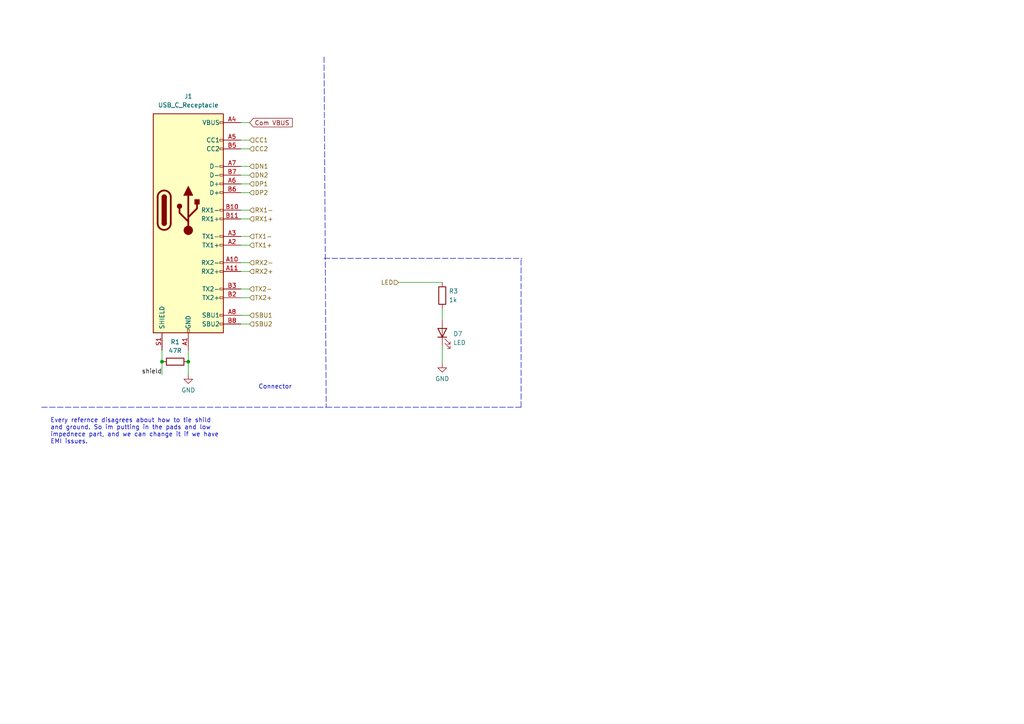
<source format=kicad_sch>
(kicad_sch (version 20211123) (generator eeschema)
  (paper "A4")
  (lib_symbols
    (symbol "Connector:USB_C_Receptacle" (pin_names (offset 1.016))
      (property "Reference" "J" (at -10.16 29.21 0))
      (property "Value" "USB_C_Receptacle" (at 10.16 29.21 0))
      (symbol "USB_C_Receptacle_0_0"
        (rectangle (start -0.254 -35.56) (end 0.254 -34.544))
        (rectangle (start 10.16 -32.766) (end 9.144 -33.274))
        (rectangle (start 10.16 -30.226) (end 9.144 -30.734))
        (rectangle (start 10.16 -25.146) (end 9.144 -25.654))
        (rectangle (start 10.16 -22.606) (end 9.144 -23.114))
        (rectangle (start 10.16 -17.526) (end 9.144 -18.034))
        (rectangle (start 10.16 -14.986) (end 9.144 -15.494))
        (rectangle (start 10.16 -9.906) (end 9.144 -10.414))
        (rectangle (start 10.16 -7.366) (end 9.144 -7.874))
        (rectangle (start 10.16 -2.286) (end 9.144 -2.794))
        (rectangle (start 10.16 0.254) (end 9.144 -0.254))
        (rectangle (start 10.16 5.334) (end 9.144 4.826))
        (rectangle (start 10.16 7.874) (end 9.144 7.366))
        (rectangle (start 10.16 10.414) (end 9.144 9.906))
        (rectangle (start 10.16 12.954) (end 9.144 12.446))
        (rectangle (start 10.16 18.034) (end 9.144 17.526))
        (rectangle (start 10.16 20.574) (end 9.144 20.066))
        (rectangle (start 10.16 25.654) (end 9.144 25.146))
      )
      (symbol "USB_C_Receptacle_0_1"
        (rectangle (start -10.16 27.94) (end 10.16 -35.56) (stroke (width 0.254)) (fill (type background)))
        (arc (start -8.89 -3.81) (mid -6.985 -5.715) (end -5.08 -3.81) (stroke (width 0.508)))
        (arc (start -7.62 -3.81) (mid -6.985 -4.445) (end -6.35 -3.81) (stroke (width 0.254)))
        (arc (start -7.62 -3.81) (mid -6.985 -4.445) (end -6.35 -3.81) (stroke (width 0.254)) (fill (type outline)))
        (rectangle (start -7.62 -3.81) (end -6.35 3.81) (stroke (width 0.254)) (fill (type outline)))
        (arc (start -6.35 3.81) (mid -6.985 4.445) (end -7.62 3.81) (stroke (width 0.254)))
        (arc (start -6.35 3.81) (mid -6.985 4.445) (end -7.62 3.81) (stroke (width 0.254)) (fill (type outline)))
        (arc (start -5.08 3.81) (mid -6.985 5.715) (end -8.89 3.81) (stroke (width 0.508)))
        (polyline (pts (xy -8.89 -3.81) (xy -8.89 3.81)) (stroke (width 0.508)))
        (polyline (pts (xy -5.08 3.81) (xy -5.08 -3.81)) (stroke (width 0.508)))
      )
      (symbol "USB_C_Receptacle_1_1"
        (circle (center -2.54 1.143) (radius 0.635) (stroke (width 0.254)) (fill (type outline)))
        (circle (center 0 -5.842) (radius 1.27) (fill (type outline)))
        (polyline (pts (xy 0 -5.842) (xy 0 4.318)) (stroke (width 0.508)))
        (polyline (pts (xy 0 -3.302) (xy -2.54 -0.762) (xy -2.54 0.508)) (stroke (width 0.508)))
        (polyline (pts (xy 0 -2.032) (xy 2.54 0.508) (xy 2.54 1.778)) (stroke (width 0.508)))
        (polyline (pts (xy -1.27 4.318) (xy 0 6.858) (xy 1.27 4.318) (xy -1.27 4.318)) (stroke (width 0.254)) (fill (type outline)))
        (rectangle (start 1.905 1.778) (end 3.175 3.048) (stroke (width 0.254)) (fill (type outline)))
        (pin passive line (at 0 -40.64 90) (length 5.08) (name "GND") (number "A1"))
        (pin bidirectional line (at 15.24 -15.24 180) (length 5.08) (name "RX2-") (number "A10"))
        (pin bidirectional line (at 15.24 -17.78 180) (length 5.08) (name "RX2+") (number "A11"))
        (pin passive line (at 0 -40.64 90) (length 5.08) hide (name "GND") (number "A12"))
        (pin bidirectional line (at 15.24 -10.16 180) (length 5.08) (name "TX1+") (number "A2"))
        (pin bidirectional line (at 15.24 -7.62 180) (length 5.08) (name "TX1-") (number "A3"))
        (pin passive line (at 15.24 25.4 180) (length 5.08) (name "VBUS") (number "A4"))
        (pin bidirectional line (at 15.24 20.32 180) (length 5.08) (name "CC1") (number "A5"))
        (pin bidirectional line (at 15.24 7.62 180) (length 5.08) (name "D+") (number "A6"))
        (pin bidirectional line (at 15.24 12.7 180) (length 5.08) (name "D-") (number "A7"))
        (pin bidirectional line (at 15.24 -30.48 180) (length 5.08) (name "SBU1") (number "A8"))
        (pin passive line (at 15.24 25.4 180) (length 5.08) hide (name "VBUS") (number "A9"))
        (pin passive line (at 0 -40.64 90) (length 5.08) hide (name "GND") (number "B1"))
        (pin bidirectional line (at 15.24 0 180) (length 5.08) (name "RX1-") (number "B10"))
        (pin bidirectional line (at 15.24 -2.54 180) (length 5.08) (name "RX1+") (number "B11"))
        (pin passive line (at 0 -40.64 90) (length 5.08) hide (name "GND") (number "B12"))
        (pin bidirectional line (at 15.24 -25.4 180) (length 5.08) (name "TX2+") (number "B2"))
        (pin bidirectional line (at 15.24 -22.86 180) (length 5.08) (name "TX2-") (number "B3"))
        (pin passive line (at 15.24 25.4 180) (length 5.08) hide (name "VBUS") (number "B4"))
        (pin bidirectional line (at 15.24 17.78 180) (length 5.08) (name "CC2") (number "B5"))
        (pin bidirectional line (at 15.24 5.08 180) (length 5.08) (name "D+") (number "B6"))
        (pin bidirectional line (at 15.24 10.16 180) (length 5.08) (name "D-") (number "B7"))
        (pin bidirectional line (at 15.24 -33.02 180) (length 5.08) (name "SBU2") (number "B8"))
        (pin passive line (at 15.24 25.4 180) (length 5.08) hide (name "VBUS") (number "B9"))
        (pin passive line (at -7.62 -40.64 90) (length 5.08) (name "SHIELD") (number "S1"))
      )
    )
    (symbol "Device:LED" (pin_numbers hide) (pin_names (offset 1.016) hide)
      (property "Reference" "D" (at 0 2.54 0))
      (property "Value" "LED" (at 0 -2.54 0))
      (symbol "LED_0_1"
        (polyline (pts (xy -1.27 -1.27) (xy -1.27 1.27)) (stroke (width 0.254)))
        (polyline (pts (xy -1.27 0) (xy 1.27 0)))
        (polyline (pts (xy 1.27 -1.27) (xy 1.27 1.27) (xy -1.27 0) (xy 1.27 -1.27)) (stroke (width 0.254)))
        (polyline (pts (xy -3.048 -0.762) (xy -4.572 -2.286) (xy -3.81 -2.286) (xy -4.572 -2.286) (xy -4.572 -1.524)))
        (polyline (pts (xy -1.778 -0.762) (xy -3.302 -2.286) (xy -2.54 -2.286) (xy -3.302 -2.286) (xy -3.302 -1.524)))
      )
      (symbol "LED_1_1"
        (pin passive line (at -3.81 0 0) (length 2.54) (name "K") (number "1"))
        (pin passive line (at 3.81 0 180) (length 2.54) (name "A") (number "2"))
      )
    )
    (symbol "Device:R" (pin_numbers hide) (pin_names (offset 0))
      (property "Reference" "R" (at 2.032 0 90))
      (property "Value" "R" (at 0 0 90))
      (symbol "R_0_1"
        (rectangle (start -1.016 -2.54) (end 1.016 2.54) (stroke (width 0.254)))
      )
      (symbol "R_1_1"
        (pin passive line (at 0 3.81 270) (length 1.27) (name "~") (number "1"))
        (pin passive line (at 0 -3.81 90) (length 1.27) (name "~") (number "2"))
      )
    )
    (symbol "power:GND" (power) (pin_names (offset 0))
      (property "Value" "GND" (at 0 -3.81 0))
      (symbol "GND_0_1"
        (polyline (pts (xy 0 0) (xy 0 -1.27) (xy 1.27 -1.27) (xy 0 -2.54) (xy -1.27 -1.27) (xy 0 -1.27)))
      )
      (symbol "GND_1_1"
        (pin power_in line (at 0 0 270) (length 0) hide (name "GND") (number "1"))
      )
    )
  )
  (junction (at 46.99 104.902))
  (junction (at 54.61 104.902))
  (wire (pts (xy 54.61 101.6) (xy 54.61 104.902)))
  (wire (pts (xy 128.27 89.535) (xy 128.27 92.71)))
  (wire (pts (xy 69.85 35.56) (xy 72.39 35.56)))
  (wire (pts (xy 69.85 40.64) (xy 72.39 40.64)))
  (wire (pts (xy 54.61 104.902) (xy 54.61 108.712)))
  (wire (pts (xy 46.99 101.6) (xy 46.99 104.902)))
  (polyline (pts (xy 12.065 118.11) (xy 94.615 118.11)))
  (wire (pts (xy 69.85 43.18) (xy 72.39 43.18)))
  (wire (pts (xy 115.57 81.915) (xy 128.27 81.915)))
  (polyline (pts (xy 94.615 118.11) (xy 151.13 118.11)))
  (wire (pts (xy 72.39 93.98) (xy 69.85 93.98)))
  (wire (pts (xy 69.85 50.8) (xy 72.39 50.8)))
  (wire (pts (xy 69.85 71.12) (xy 72.39 71.12)))
  (wire (pts (xy 69.85 83.82) (xy 72.39 83.82)))
  (wire (pts (xy 69.85 53.34) (xy 72.39 53.34)))
  (wire (pts (xy 69.85 86.36) (xy 72.39 86.36)))
  (wire (pts (xy 72.39 91.44) (xy 69.85 91.44)))
  (polyline (pts (xy 93.98 74.93) (xy 151.384 74.93)))
  (wire (pts (xy 69.85 76.2) (xy 72.39 76.2)))
  (wire (pts (xy 69.85 68.58) (xy 72.39 68.58)))
  (wire (pts (xy 69.85 78.74) (xy 72.39 78.74)))
  (wire (pts (xy 46.99 104.902) (xy 46.99 108.712)))
  (wire (pts (xy 69.85 55.88) (xy 72.39 55.88)))
  (polyline (pts (xy 93.98 16.51) (xy 94.615 118.11)))
  (polyline (pts (xy 151.13 118.11) (xy 151.13 74.93)))
  (wire (pts (xy 128.27 100.33) (xy 128.27 105.41)))
  (wire (pts (xy 69.85 60.96) (xy 72.39 60.96)))
  (wire (pts (xy 69.85 63.5) (xy 72.39 63.5)))
  (wire (pts (xy 69.85 48.26) (xy 72.39 48.26)))
  (text "Connector" (at 74.93 113.03 0) (effects (font (size 1.27 1.27)) (justify left bottom)))
  (text "Every refernce disagrees about how to tie shild\nand ground. So im putting in the pads and low\nimpednece part, and we can change it if we have\nEMI issues.\n" (at 14.605 128.905 0) (effects (font (size 1.27 1.27)) (justify left bottom)))
  (label "shield" (at 46.99 108.712 180))
  (global_label "Com VBUS" (shape input) (at 72.39 35.56 0) (property "Intersheet References" "${INTERSHEET_REFS}" (effects hide)))
  (hierarchical_label "RX2-" (shape input) (at 72.39 76.2 0))
  (hierarchical_label "DN1" (shape input) (at 72.39 48.26 0))
  (hierarchical_label "TX2-" (shape input) (at 72.39 83.82 0))
  (hierarchical_label "DP1" (shape input) (at 72.39 53.34 0))
  (hierarchical_label "TX1+" (shape input) (at 72.39 71.12 0))
  (hierarchical_label "DN2" (shape input) (at 72.39 50.8 0))
  (hierarchical_label "RX1-" (shape input) (at 72.39 60.96 0))
  (hierarchical_label "CC2" (shape input) (at 72.39 43.18 0))
  (hierarchical_label "LED" (shape input) (at 115.57 81.915 180))
  (hierarchical_label "DP2" (shape input) (at 72.39 55.88 0))
  (hierarchical_label "SBU1" (shape input) (at 72.39 91.44 0))
  (hierarchical_label "TX2+" (shape input) (at 72.39 86.36 0))
  (hierarchical_label "RX2+" (shape input) (at 72.39 78.74 0))
  (hierarchical_label "TX1-" (shape input) (at 72.39 68.58 0))
  (hierarchical_label "SBU2" (shape input) (at 72.39 93.98 0))
  (hierarchical_label "RX1+" (shape input) (at 72.39 63.5 0))
  (hierarchical_label "CC1" (shape input) (at 72.39 40.64 0))
  (symbol (lib_id "Connector:USB_C_Receptacle") (at 54.61 60.96 0) (unit 1)
    (property "Reference" "J1" (at 54.61 27.94 0))
    (property "Value" "USB_C_Receptacle" (at 54.61 30.48 0))
    (property "Footprint" "ct_footprint:TYPE-C 24pin molex 1054500101" (effects hide))
    (property "Datasheet" "https://www.usb.org/sites/default/files/documents/usb_type-c.zip" (effects hide))
    (property "LCSC" "C134092" (effects hide))
  )
  (symbol (lib_id "Device:R") (at 128.27 85.725 0) (unit 1)
    (property "Reference" "R3" (at 130.175 84.4549 0) (effects (justify left)))
    (property "Value" "1k" (at 130.175 86.9949 0) (effects (justify left)))
    (property "Footprint" "Resistor_SMD:R_0603_1608Metric_Pad0.98x0.95mm_HandSolder" (effects hide))
    (property "LCSC" "C21190" (effects hide))
  )
  (symbol (lib_id "power:GND") (at 54.61 108.712 0) (unit 1)
    (property "Reference" "#PWR012" (effects hide))
    (property "Value" "GND" (at 54.61 113.157 0))
  )
  (symbol (lib_id "power:GND") (at 128.27 105.41 0) (unit 1)
    (property "Reference" "#PWR013" (effects hide))
    (property "Value" "GND" (at 128.27 109.855 0))
  )
  (symbol (lib_id "Device:LED") (at 128.27 96.52 90) (unit 1)
    (property "Reference" "D7" (at 131.445 96.8374 90) (effects (justify right)))
    (property "Value" "LED" (at 131.445 99.3774 90) (effects (justify right)))
    (property "Footprint" "LED_SMD:LED_0603_1608Metric_Pad1.05x0.95mm_HandSolder" (effects hide))
    (property "LCSC" "C2290" (effects hide))
    (property "LCSC Part #" "C2290" (effects hide))
  )
  (symbol (lib_id "Device:R") (at 50.8 104.902 270) (unit 1)
    (property "Reference" "R1" (at 50.8 99.187 90))
    (property "Value" "47R" (at 50.8 101.727 90))
    (property "Footprint" "Resistor_SMD:R_0603_1608Metric_Pad0.98x0.95mm_HandSolder" (effects hide))
    (property "LCSC" "C103671" (effects hide))
  )
)
</source>
